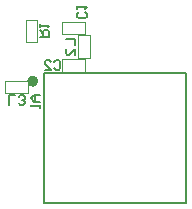
<source format=gbo>
G04*
G04 #@! TF.GenerationSoftware,Altium Limited,Altium Designer,19.1.5 (86)*
G04*
G04 Layer_Color=32896*
%FSAX25Y25*%
%MOIN*%
G70*
G01*
G75*
%ADD10C,0.00787*%
%ADD11C,0.00394*%
%ADD12C,0.00591*%
%ADD40C,0.01968*%
D10*
X0128748Y0124843D02*
Y0168150D01*
X0175992D01*
X0128748Y0124843D02*
X0175992D01*
Y0168150D01*
D11*
X0122449Y0178347D02*
X0126386D01*
X0122449D02*
Y0185827D01*
X0126386D01*
Y0178347D02*
Y0185827D01*
X0134713Y0168563D02*
Y0172697D01*
X0142390D01*
Y0168563D02*
Y0172697D01*
X0134713Y0168563D02*
X0142390D01*
X0134713Y0181043D02*
Y0185177D01*
X0142390D01*
Y0181043D02*
Y0185177D01*
X0134713Y0181043D02*
X0142390D01*
X0139969Y0180630D02*
X0143905D01*
Y0173150D02*
Y0180630D01*
X0139969Y0173150D02*
X0143905D01*
X0139969D02*
Y0180630D01*
X0115638Y0161457D02*
Y0165394D01*
X0123118D01*
Y0161457D02*
Y0165394D01*
X0115638Y0161457D02*
X0123118D01*
D12*
X0127134Y0180236D02*
X0130282D01*
Y0181810D01*
X0129758Y0182335D01*
X0128708D01*
X0128183Y0181810D01*
Y0180236D01*
Y0181286D02*
X0127134Y0182335D01*
Y0183385D02*
Y0184434D01*
Y0183910D01*
X0130282D01*
X0129758Y0183385D01*
X0131925Y0171797D02*
X0132449Y0172322D01*
X0133499D01*
X0134024Y0171797D01*
Y0169698D01*
X0133499Y0169173D01*
X0132449D01*
X0131925Y0169698D01*
X0128776Y0169173D02*
X0130875D01*
X0128776Y0171272D01*
Y0171797D01*
X0129301Y0172322D01*
X0130350D01*
X0130875Y0171797D01*
X0116976Y0157481D02*
Y0160630D01*
X0119075D01*
X0120125Y0158006D02*
X0120650Y0157481D01*
X0121699D01*
X0122224Y0158006D01*
Y0158531D01*
X0121699Y0159056D01*
X0121175D01*
X0121699D01*
X0122224Y0159580D01*
Y0160105D01*
X0121699Y0160630D01*
X0120650D01*
X0120125Y0160105D01*
X0135875Y0179409D02*
X0139024D01*
Y0177310D01*
Y0174162D02*
Y0176261D01*
X0136925Y0174162D01*
X0136400D01*
X0135875Y0174687D01*
Y0175736D01*
X0136400Y0176261D01*
X0142317Y0188477D02*
X0142841Y0187952D01*
Y0186903D01*
X0142317Y0186378D01*
X0140218D01*
X0139693Y0186903D01*
Y0187952D01*
X0140218Y0188477D01*
X0139693Y0189526D02*
Y0190576D01*
Y0190051D01*
X0142841D01*
X0142317Y0189526D01*
X0127252Y0160709D02*
X0125153D01*
X0124103Y0159659D01*
X0125153Y0158610D01*
X0127252D01*
X0125678D01*
Y0160709D01*
X0127252Y0157560D02*
Y0156510D01*
Y0157035D01*
X0124103D01*
X0124628Y0157560D01*
D40*
X0125691Y0165394D02*
G03*
X0125691Y0165394I-0000880J0000000D01*
G01*
M02*

</source>
